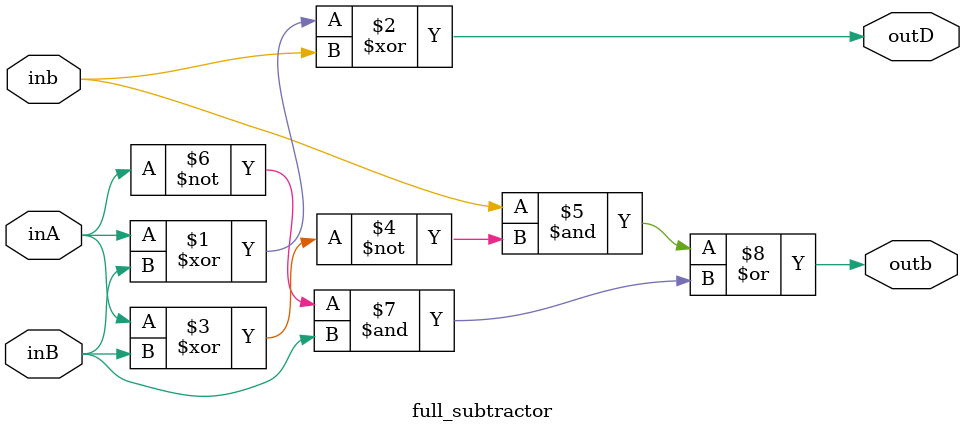
<source format=v>
`timescale 1ns / 1ps

module full_subtractor(inA, inB, inb, outD, outb);

input inA, inB, inb;
output outD, outb;

assign outD=inA^inB^inb;
assign outb=(inb&(~(inA^inB)))|((~inA)&inB);

endmodule

</source>
